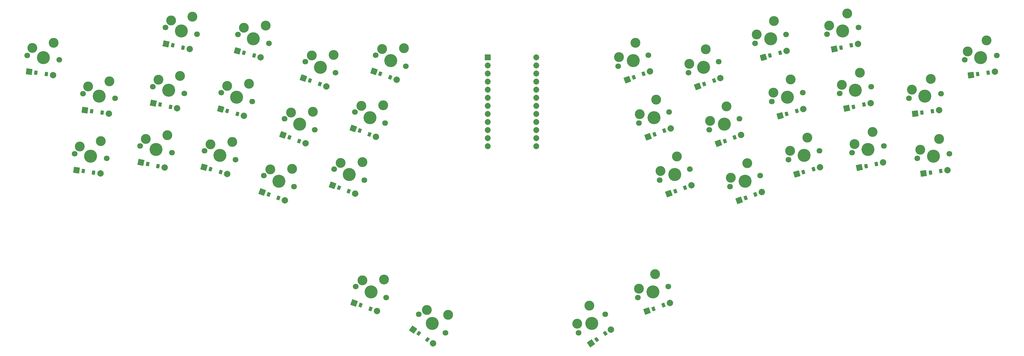
<source format=gbr>
%TF.GenerationSoftware,KiCad,Pcbnew,7.0.1-3b83917a11~172~ubuntu22.04.1*%
%TF.CreationDate,2023-04-10T14:49:45+02:00*%
%TF.ProjectId,koala-v1_ne,6b6f616c-612d-4763-915f-6e652e6b6963,v1.0.0*%
%TF.SameCoordinates,Original*%
%TF.FileFunction,Soldermask,Top*%
%TF.FilePolarity,Negative*%
%FSLAX46Y46*%
G04 Gerber Fmt 4.6, Leading zero omitted, Abs format (unit mm)*
G04 Created by KiCad (PCBNEW 7.0.1-3b83917a11~172~ubuntu22.04.1) date 2023-04-10 14:49:45*
%MOMM*%
%LPD*%
G01*
G04 APERTURE LIST*
G04 Aperture macros list*
%AMRoundRect*
0 Rectangle with rounded corners*
0 $1 Rounding radius*
0 $2 $3 $4 $5 $6 $7 $8 $9 X,Y pos of 4 corners*
0 Add a 4 corners polygon primitive as box body*
4,1,4,$2,$3,$4,$5,$6,$7,$8,$9,$2,$3,0*
0 Add four circle primitives for the rounded corners*
1,1,$1+$1,$2,$3*
1,1,$1+$1,$4,$5*
1,1,$1+$1,$6,$7*
1,1,$1+$1,$8,$9*
0 Add four rect primitives between the rounded corners*
20,1,$1+$1,$2,$3,$4,$5,0*
20,1,$1+$1,$4,$5,$6,$7,0*
20,1,$1+$1,$6,$7,$8,$9,0*
20,1,$1+$1,$8,$9,$2,$3,0*%
G04 Aperture macros list end*
%ADD10C,1.801800*%
%ADD11C,3.100000*%
%ADD12C,4.087800*%
%ADD13RoundRect,0.050000X-1.054407X-0.684740X0.684740X-1.054407X1.054407X0.684740X-0.684740X1.054407X0*%
%ADD14RoundRect,0.050000X-0.564913X-0.493328X0.315419X-0.680449X0.564913X0.493328X-0.315419X0.680449X0*%
%ADD15C,2.005000*%
%ADD16RoundRect,0.050000X-0.609520X-1.099603X1.099603X-0.609520X0.609520X1.099603X-1.099603X0.609520X0*%
%ADD17RoundRect,0.050000X-0.267185X-0.700794X0.597950X-0.452720X0.267185X0.700794X-0.597950X0.452720X0*%
%ADD18RoundRect,0.050000X-1.139443X-0.531331X0.531331X-1.139443X1.139443X0.531331X-0.531331X1.139443X0*%
%ADD19RoundRect,0.050000X-0.628074X-0.409907X0.217650X-0.717725X0.628074X0.409907X-0.217650X0.717725X0*%
%ADD20RoundRect,0.050000X-0.531331X-1.139443X1.139443X-0.531331X0.531331X1.139443X-1.139443X0.531331X0*%
%ADD21RoundRect,0.050000X-0.217650X-0.717725X0.628074X-0.409907X0.217650X0.717725X-0.628074X0.409907X0*%
%ADD22RoundRect,0.050000X-1.004073X-0.756623X0.756623X-1.004073X1.004073X0.756623X-0.756623X1.004073X0*%
%ADD23RoundRect,0.050000X-0.529124X-0.531533X0.362117X-0.656789X0.529124X0.531533X-0.362117X0.656789X0*%
%ADD24RoundRect,0.050000X-0.218317X-1.238136X1.238136X-0.218317X0.218317X1.238136X-1.238136X0.218317X0*%
%ADD25RoundRect,0.050000X-0.024473X-0.749601X0.712764X-0.233382X0.024473X0.749601X-0.712764X0.233382X0*%
%ADD26RoundRect,0.050000X-0.684740X-1.054407X1.054407X-0.684740X0.684740X1.054407X-1.054407X0.684740X0*%
%ADD27RoundRect,0.050000X-0.315419X-0.680449X0.564913X-0.493328X0.315419X0.680449X-0.564913X0.493328X0*%
%ADD28RoundRect,0.050000X-0.756623X-1.004073X1.004073X-0.756623X0.756623X1.004073X-1.004073X0.756623X0*%
%ADD29RoundRect,0.050000X-0.362117X-0.656789X0.529124X-0.531533X0.362117X0.656789X-0.529124X0.531533X0*%
%ADD30RoundRect,0.050000X-0.876300X0.876300X-0.876300X-0.876300X0.876300X-0.876300X0.876300X0.876300X0*%
%ADD31C,1.852600*%
%ADD32RoundRect,0.050000X-1.099603X-0.609520X0.609520X-1.099603X1.099603X0.609520X-0.609520X1.099603X0*%
%ADD33RoundRect,0.050000X-0.597950X-0.452720X0.267185X-0.700794X0.597950X0.452720X-0.267185X0.700794X0*%
%ADD34RoundRect,0.050000X-1.238136X-0.218317X0.218317X-1.238136X1.238136X0.218317X-0.218317X1.238136X0*%
%ADD35RoundRect,0.050000X-0.712764X-0.233382X0.024473X-0.749601X0.712764X0.233382X-0.024473X0.749601X0*%
G04 APERTURE END LIST*
D10*
%TO.C,S13*%
X137570303Y-138051358D03*
D11*
X139632444Y-136098904D03*
D12*
X142343942Y-139788820D03*
D11*
X146468224Y-135883913D03*
D10*
X147117581Y-141526282D03*
%TD*%
D13*
%TO.C,D4*%
X76861705Y-135992941D03*
D14*
X78974503Y-136442031D03*
X82202391Y-137128139D03*
D15*
X84315189Y-137577229D03*
%TD*%
D16*
%TO.C,D25*%
X277688843Y-121297514D03*
D17*
X279765168Y-120702138D03*
X282937332Y-119792534D03*
D15*
X285013657Y-119197158D03*
%TD*%
D18*
%TO.C,D12*%
X127986002Y-109474965D03*
D19*
X130015738Y-110213729D03*
X133116724Y-111342395D03*
D15*
X135146460Y-112081159D03*
%TD*%
D10*
%TO.C,S1*%
X56058823Y-133279532D03*
D11*
X57669963Y-130941001D03*
D12*
X61089385Y-133986531D03*
D11*
X64311665Y-129309469D03*
D10*
X66119947Y-134693530D03*
%TD*%
%TO.C,S32*%
X226801271Y-105723995D03*
D11*
X227125950Y-102902810D03*
D12*
X231574910Y-103986533D03*
D11*
X232224267Y-98344163D03*
D10*
X236348549Y-102249071D03*
%TD*%
%TO.C,S16*%
X144395128Y-174998787D03*
D11*
X146457269Y-173046333D03*
D12*
X149168767Y-176736249D03*
D11*
X153293049Y-172831342D03*
D10*
X153942406Y-178473711D03*
%TD*%
D20*
%TO.C,D33*%
X235910930Y-182737813D03*
D21*
X237940666Y-181999049D03*
X241041652Y-180870383D03*
D15*
X243071388Y-180131619D03*
%TD*%
D10*
%TO.C,S3*%
X41171088Y-102331378D03*
D11*
X42782228Y-99992847D03*
D12*
X46201650Y-103038377D03*
D11*
X49423930Y-98361315D03*
D10*
X51232212Y-103745376D03*
%TD*%
%TO.C,S6*%
X84580447Y-93570732D03*
D11*
X86350790Y-91350285D03*
D12*
X89549437Y-94626923D03*
D11*
X93090123Y-90186029D03*
D10*
X94518427Y-95683114D03*
%TD*%
D20*
%TO.C,D31*%
X236220265Y-127889238D03*
D21*
X238250001Y-127150474D03*
X241350987Y-126021808D03*
D15*
X243380723Y-125283044D03*
%TD*%
D10*
%TO.C,S25*%
X275089853Y-116841259D03*
D11*
X275610536Y-114049595D03*
D12*
X279973062Y-115441021D03*
D11*
X281014429Y-109857693D03*
D10*
X284856271Y-114040783D03*
%TD*%
%TO.C,S34*%
X214408316Y-189524540D03*
D11*
X213991755Y-186715452D03*
D12*
X218569608Y-186610772D03*
D11*
X217736486Y-180992595D03*
D10*
X222730900Y-183697004D03*
%TD*%
%TO.C,S29*%
X248899851Y-107817062D03*
D11*
X249224530Y-104995877D03*
D12*
X253673490Y-106079600D03*
D11*
X254322847Y-100437230D03*
D10*
X258447129Y-104342138D03*
%TD*%
D18*
%TO.C,D16*%
X143878442Y-180131617D03*
D19*
X145908178Y-180870381D03*
X149009164Y-181999047D03*
D15*
X151038900Y-182737811D03*
%TD*%
D10*
%TO.C,S21*%
X300352838Y-132950541D03*
D11*
X301066990Y-130201999D03*
D12*
X305321828Y-131894350D03*
D11*
X306750132Y-126397264D03*
D10*
X310290818Y-130838159D03*
%TD*%
%TO.C,S24*%
X280340757Y-135153302D03*
D11*
X280861440Y-132361638D03*
D12*
X285223966Y-133753064D03*
D11*
X286265333Y-128169736D03*
D10*
X290107175Y-132352826D03*
%TD*%
%TO.C,S26*%
X269838967Y-98529231D03*
D11*
X270359650Y-95737567D03*
D12*
X274722176Y-97128993D03*
D11*
X275763543Y-91545665D03*
D10*
X279605385Y-95728755D03*
%TD*%
%TO.C,S18*%
X320829881Y-134693528D03*
D11*
X321734022Y-132001498D03*
D12*
X325860443Y-133986529D03*
D11*
X327668725Y-128602468D03*
D10*
X330891005Y-133279530D03*
%TD*%
D22*
%TO.C,D3*%
X41732856Y-107459463D03*
D23*
X43871835Y-107760077D03*
X47139719Y-108219349D03*
D15*
X49278698Y-108519963D03*
%TD*%
D10*
%TO.C,S12*%
X128502695Y-104342142D03*
D11*
X130564836Y-102389688D03*
D12*
X133276334Y-106079604D03*
D11*
X137400616Y-102174697D03*
D10*
X138049973Y-107817066D03*
%TD*%
D18*
%TO.C,D14*%
X143569102Y-125283047D03*
D19*
X145598838Y-126021811D03*
X148699824Y-127150477D03*
D15*
X150729560Y-127889241D03*
%TD*%
D24*
%TO.C,D34*%
X218316526Y-192891861D03*
D25*
X220085894Y-191652936D03*
X222789096Y-189760134D03*
D15*
X224558464Y-188521209D03*
%TD*%
D26*
%TO.C,D21*%
X302634635Y-137577233D03*
D27*
X304747433Y-137128143D03*
X307975321Y-136442035D03*
D15*
X310088119Y-135992945D03*
%TD*%
D10*
%TO.C,S22*%
X296392117Y-114316827D03*
D11*
X297106269Y-111568285D03*
D12*
X301361107Y-113260636D03*
D11*
X302789411Y-107763550D03*
D10*
X306330097Y-112204445D03*
%TD*%
%TO.C,S30*%
X239832242Y-141526287D03*
D11*
X240156921Y-138705102D03*
D12*
X244605881Y-139788825D03*
D11*
X245255238Y-134146455D03*
D10*
X249379520Y-138051363D03*
%TD*%
D20*
%TO.C,D29*%
X251803359Y-112081165D03*
D21*
X253833095Y-111342401D03*
X256934081Y-110213735D03*
D15*
X258963817Y-109474971D03*
%TD*%
D10*
%TO.C,S8*%
X102093546Y-114040784D03*
D11*
X104014467Y-111949239D03*
D12*
X106976755Y-115441022D03*
D11*
X110818597Y-111257931D03*
D10*
X111859964Y-116841260D03*
%TD*%
%TO.C,S5*%
X80619741Y-112204452D03*
D11*
X82390084Y-109984005D03*
D12*
X85588731Y-113260643D03*
D11*
X89129417Y-108819749D03*
D10*
X90557721Y-114316834D03*
%TD*%
D22*
%TO.C,D2*%
X59271840Y-119543012D03*
D23*
X61410819Y-119843626D03*
X64678703Y-120302898D03*
D15*
X66817682Y-120603512D03*
%TD*%
D18*
%TO.C,D11*%
X121470521Y-127376114D03*
D19*
X123500257Y-128114878D03*
X126601243Y-129243544D03*
D15*
X128630979Y-129982308D03*
%TD*%
D28*
%TO.C,D18*%
X322783384Y-139468122D03*
D29*
X324922363Y-139167508D03*
X328190247Y-138708236D03*
D15*
X330329226Y-138407622D03*
%TD*%
D28*
%TO.C,D20*%
X337671122Y-108519960D03*
D29*
X339810101Y-108219346D03*
X343077985Y-107760074D03*
D15*
X345216964Y-107459460D03*
%TD*%
D10*
%TO.C,S4*%
X76659016Y-130838157D03*
D11*
X78429359Y-128617710D03*
D12*
X81628006Y-131894348D03*
D11*
X85168692Y-127453454D03*
D10*
X86596996Y-132950539D03*
%TD*%
D30*
%TO.C,MCU1*%
X185854909Y-102917674D03*
D31*
X185854909Y-105457674D03*
X185854909Y-107997674D03*
X185854909Y-110537674D03*
X185854909Y-113077674D03*
X185854909Y-115617674D03*
X185854909Y-118157674D03*
X185854909Y-120697674D03*
X185854909Y-123237674D03*
X185854909Y-125777674D03*
X185854909Y-128317674D03*
X185854909Y-130857674D03*
X201094909Y-102917674D03*
X201094909Y-105457674D03*
X201094909Y-107997674D03*
X201094909Y-110537674D03*
X201094909Y-113077674D03*
X201094909Y-115617674D03*
X201094909Y-118157674D03*
X201094909Y-120697674D03*
X201094909Y-123237674D03*
X201094909Y-125777674D03*
X201094909Y-128317674D03*
X201094909Y-130857674D03*
%TD*%
D26*
%TO.C,D23*%
X294713201Y-100309807D03*
D27*
X296825999Y-99860717D03*
X300053887Y-99174609D03*
D15*
X302166685Y-98725519D03*
%TD*%
D10*
%TO.C,S7*%
X96842653Y-132352824D03*
D11*
X98763574Y-130261279D03*
D12*
X101725862Y-133753062D03*
D11*
X105567704Y-129569971D03*
D10*
X106609071Y-135153300D03*
%TD*%
D16*
%TO.C,D24*%
X282939736Y-139609544D03*
D17*
X285016061Y-139014168D03*
X288188225Y-138104564D03*
D15*
X290264550Y-137509188D03*
%TD*%
D10*
%TO.C,S19*%
X318178638Y-115828927D03*
D11*
X319082779Y-113136897D03*
D12*
X323209200Y-115121928D03*
D11*
X325017482Y-109737867D03*
D10*
X328239762Y-114414929D03*
%TD*%
%TO.C,S28*%
X255415332Y-125718203D03*
D11*
X255740011Y-122897018D03*
D12*
X260188971Y-123980741D03*
D11*
X260838328Y-118338371D03*
D10*
X264962610Y-122243279D03*
%TD*%
%TO.C,S23*%
X292431403Y-95683119D03*
D11*
X293145555Y-92934577D03*
D12*
X297400393Y-94626928D03*
D11*
X298828697Y-89129842D03*
D10*
X302369383Y-93570737D03*
%TD*%
D18*
%TO.C,D10*%
X114955032Y-145277258D03*
D19*
X116984768Y-146016022D03*
X120085754Y-147144688D03*
D15*
X122115490Y-147883452D03*
%TD*%
D10*
%TO.C,S11*%
X121987213Y-122243282D03*
D11*
X124049354Y-120290828D03*
D12*
X126760852Y-123980744D03*
D11*
X130885134Y-120075837D03*
D10*
X131534491Y-125718206D03*
%TD*%
D22*
%TO.C,D1*%
X56620594Y-138407626D03*
D23*
X58759573Y-138708240D03*
X62027457Y-139167512D03*
D15*
X64166436Y-139468126D03*
%TD*%
D13*
%TO.C,D5*%
X80822426Y-117359232D03*
D14*
X82935224Y-117808322D03*
X86163112Y-118494430D03*
D15*
X88275910Y-118943520D03*
%TD*%
D32*
%TO.C,D9*%
X107187064Y-100885124D03*
D33*
X109263389Y-101480500D03*
X112435553Y-102390104D03*
D15*
X114511878Y-102985480D03*
%TD*%
D10*
%TO.C,S31*%
X233316760Y-123625138D03*
D11*
X233641439Y-120803953D03*
D12*
X238090399Y-121887676D03*
D11*
X238739756Y-116245306D03*
D10*
X242864038Y-120150214D03*
%TD*%
%TO.C,S15*%
X150601273Y-102249069D03*
D11*
X152663414Y-100296615D03*
D12*
X155374912Y-103986531D03*
D11*
X159499194Y-100081624D03*
D10*
X160148551Y-105723993D03*
%TD*%
D20*
%TO.C,D28*%
X258318848Y-129982307D03*
D21*
X260348584Y-129243543D03*
X263449570Y-128114877D03*
D15*
X265479306Y-127376113D03*
%TD*%
D16*
%TO.C,D26*%
X272437950Y-102985478D03*
D17*
X274514275Y-102390102D03*
X277686439Y-101480498D03*
D15*
X279762764Y-100885122D03*
%TD*%
D18*
%TO.C,D15*%
X150084589Y-107381903D03*
D19*
X152114325Y-108120667D03*
X155215311Y-109249333D03*
D15*
X157245047Y-109988097D03*
%TD*%
D20*
%TO.C,D27*%
X264834328Y-147883454D03*
D21*
X266864064Y-147144690D03*
X269965050Y-146016024D03*
D15*
X271994786Y-145277260D03*
%TD*%
D34*
%TO.C,D17*%
X162391362Y-188521203D03*
D35*
X164160730Y-189760128D03*
X166863932Y-191652930D03*
D15*
X168633300Y-192891855D03*
%TD*%
D20*
%TO.C,D32*%
X229704786Y-109988093D03*
D21*
X231734522Y-109249329D03*
X234835508Y-108120663D03*
D15*
X236865244Y-107381899D03*
%TD*%
D32*
%TO.C,D8*%
X101936167Y-119197154D03*
D33*
X104012492Y-119792530D03*
X107184656Y-120702134D03*
D15*
X109260981Y-121297510D03*
%TD*%
D20*
%TO.C,D30*%
X242735750Y-145790381D03*
D21*
X244765486Y-145051617D03*
X247866472Y-143922951D03*
D15*
X249896208Y-143184187D03*
%TD*%
D32*
%TO.C,D7*%
X96685271Y-137509189D03*
D33*
X98761596Y-138104565D03*
X101933760Y-139014169D03*
D15*
X104010085Y-139609545D03*
%TD*%
D10*
%TO.C,S17*%
X164218922Y-183697007D03*
D11*
X166716129Y-182344803D03*
D12*
X168380214Y-186610775D03*
D11*
X173374628Y-183906367D03*
D10*
X172541506Y-189524543D03*
%TD*%
%TO.C,S10*%
X115471735Y-140144430D03*
D11*
X117533876Y-138191976D03*
D12*
X120245374Y-141881892D03*
D11*
X124369656Y-137976985D03*
D10*
X125019013Y-143619354D03*
%TD*%
D13*
%TO.C,D6*%
X84783141Y-98725521D03*
D14*
X86895939Y-99174611D03*
X90123827Y-99860719D03*
D15*
X92236625Y-100309809D03*
%TD*%
D10*
%TO.C,S27*%
X261930822Y-143619351D03*
D11*
X262255501Y-140798166D03*
D12*
X266704461Y-141881889D03*
D11*
X267353818Y-136239519D03*
D10*
X271478100Y-140144427D03*
%TD*%
D18*
%TO.C,D13*%
X137053617Y-143184192D03*
D19*
X139083353Y-143922956D03*
X142184339Y-145051622D03*
D15*
X144214075Y-145790386D03*
%TD*%
D10*
%TO.C,S14*%
X144085788Y-120150218D03*
D11*
X146147929Y-118197764D03*
D12*
X148859427Y-121887680D03*
D11*
X152983709Y-117982773D03*
D10*
X153633066Y-123625142D03*
%TD*%
D26*
%TO.C,D22*%
X298673921Y-118943520D03*
D27*
X300786719Y-118494430D03*
X304014607Y-117808322D03*
D15*
X306127405Y-117359232D03*
%TD*%
D10*
%TO.C,S9*%
X107344448Y-95728750D03*
D11*
X109265369Y-93637205D03*
D12*
X112227657Y-97128988D03*
D11*
X116069499Y-92945897D03*
D10*
X117110866Y-98529226D03*
%TD*%
%TO.C,S2*%
X58710062Y-114414927D03*
D11*
X60321202Y-112076396D03*
D12*
X63740624Y-115121926D03*
D11*
X66962904Y-110444864D03*
D10*
X68771186Y-115828925D03*
%TD*%
%TO.C,S20*%
X335717618Y-103745372D03*
D11*
X336621759Y-101053342D03*
D12*
X340748180Y-103038373D03*
D11*
X342556462Y-97654312D03*
D10*
X345778742Y-102331374D03*
%TD*%
D28*
%TO.C,D19*%
X320132143Y-120603512D03*
D29*
X322271122Y-120302898D03*
X325539006Y-119843626D03*
D15*
X327677985Y-119543012D03*
%TD*%
D10*
%TO.C,S33*%
X233007422Y-178473714D03*
D11*
X233332101Y-175652529D03*
D12*
X237781061Y-176736252D03*
D11*
X238430418Y-171093882D03*
D10*
X242554700Y-174998790D03*
%TD*%
M02*

</source>
